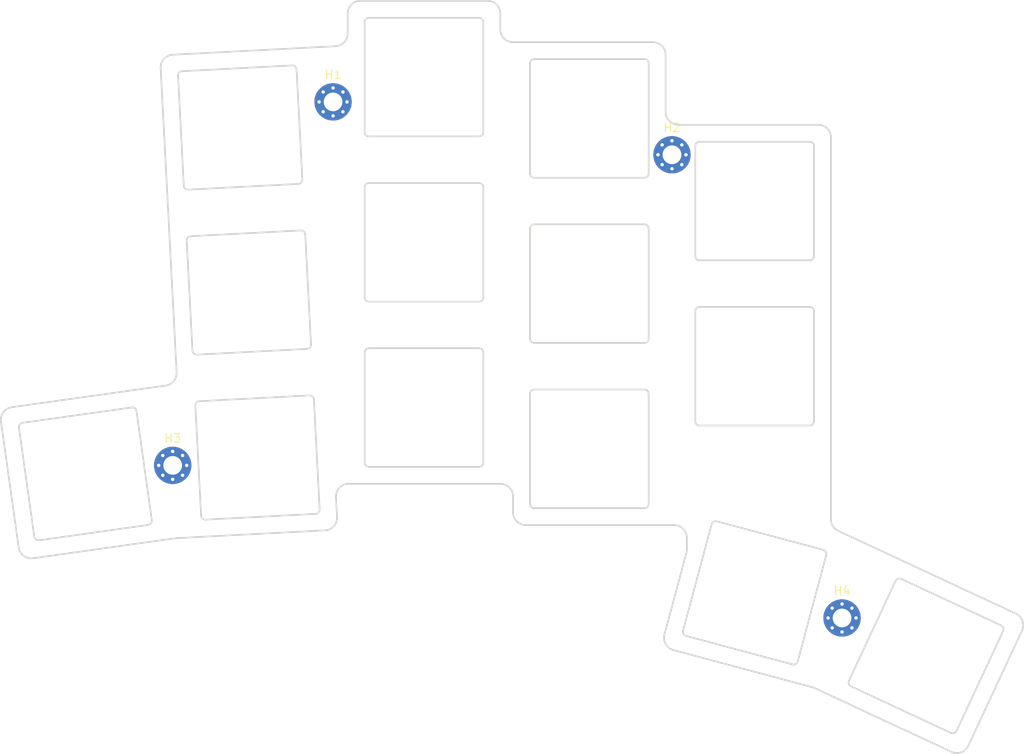
<source format=kicad_pcb>
(kicad_pcb (version 20221018) (generator pcbnew)
  (layers (0 "F.Cu" signal) (31 "B.Cu" signal) (34 "B.Paste" user) (35 "F.Paste" user) (36 "B.SilkS" user "B.Silkscreen") (37 "F.SilkS" user "F.Silkscreen") (38 "B.Mask" user) (39 "F.Mask" user) (44 "Edge.Cuts" user))
  (net 0 "")
  (footprint "MountingHole:MountingHole_2.2mm_M2_Pad_Via" (layer "F.Cu") (at 176.561947 122.570461)
    (fp_text reference "H4" (at 0 -3.2) (layer "F.SilkS"))
    (fp_text value "MountingHole")
    (pad "1" thru_hole circle (at -1.65 0) (size 0.7 0.7) (drill 0.4) (layers "*.Cu" "*.Mask"))
    (pad "1" thru_hole circle (at -1.166726 -1.166726) (size 0.7 0.7) (drill 0.4) (layers "*.Cu" "*.Mask"))
    (pad "1" thru_hole circle (at -1.166726 1.166726) (size 0.7 0.7) (drill 0.4) (layers "*.Cu" "*.Mask"))
    (pad "1" thru_hole circle (at 0 -1.65) (size 0.7 0.7) (drill 0.4) (layers "*.Cu" "*.Mask"))
    (pad "1" thru_hole circle (at 0 0) (size 4.4 4.4) (drill 2.2) (layers "*.Cu" "*.Mask"))
    (pad "1" thru_hole circle (at 0 1.65) (size 0.7 0.7) (drill 0.4) (layers "*.Cu" "*.Mask"))
    (pad "1" thru_hole circle (at 1.166726 -1.166726) (size 0.7 0.7) (drill 0.4) (layers "*.Cu" "*.Mask"))
    (pad "1" thru_hole circle (at 1.166726 1.166726) (size 0.7 0.7) (drill 0.4) (layers "*.Cu" "*.Mask"))
    (pad "1" thru_hole circle (at 1.65 0) (size 0.7 0.7) (drill 0.4) (layers "*.Cu" "*.Mask"))
  )
  (footprint "MountingHole:MountingHole_2.2mm_M2_Pad_Via" (layer "F.Cu") (at 156.502863 67.896272)
    (fp_text reference "H2" (at 0 -3.2) (layer "F.SilkS"))
    (fp_text value "MountingHole")
    (pad "1" thru_hole circle (at -1.65 0) (size 0.7 0.7) (drill 0.4) (layers "*.Cu" "*.Mask"))
    (pad "1" thru_hole circle (at -1.166726 -1.166726) (size 0.7 0.7) (drill 0.4) (layers "*.Cu" "*.Mask"))
    (pad "1" thru_hole circle (at -1.166726 1.166726) (size 0.7 0.7) (drill 0.4) (layers "*.Cu" "*.Mask"))
    (pad "1" thru_hole circle (at 0 -1.65) (size 0.7 0.7) (drill 0.4) (layers "*.Cu" "*.Mask"))
    (pad "1" thru_hole circle (at 0 0) (size 4.4 4.4) (drill 2.2) (layers "*.Cu" "*.Mask"))
    (pad "1" thru_hole circle (at 0 1.65) (size 0.7 0.7) (drill 0.4) (layers "*.Cu" "*.Mask"))
    (pad "1" thru_hole circle (at 1.166726 -1.166726) (size 0.7 0.7) (drill 0.4) (layers "*.Cu" "*.Mask"))
    (pad "1" thru_hole circle (at 1.166726 1.166726) (size 0.7 0.7) (drill 0.4) (layers "*.Cu" "*.Mask"))
    (pad "1" thru_hole circle (at 1.65 0) (size 0.7 0.7) (drill 0.4) (layers "*.Cu" "*.Mask"))
  )
  (footprint "MountingHole:MountingHole_2.2mm_M2_Pad_Via" (layer "F.Cu") (at 97.612863 104.556272)
    (fp_text reference "H3" (at 0 -3.2) (layer "F.SilkS"))
    (fp_text value "MountingHole")
    (pad "1" thru_hole circle (at -1.65 0) (size 0.7 0.7) (drill 0.4) (layers "*.Cu" "*.Mask"))
    (pad "1" thru_hole circle (at -1.166726 -1.166726) (size 0.7 0.7) (drill 0.4) (layers "*.Cu" "*.Mask"))
    (pad "1" thru_hole circle (at -1.166726 1.166726) (size 0.7 0.7) (drill 0.4) (layers "*.Cu" "*.Mask"))
    (pad "1" thru_hole circle (at 0 -1.65) (size 0.7 0.7) (drill 0.4) (layers "*.Cu" "*.Mask"))
    (pad "1" thru_hole circle (at 0 0) (size 4.4 4.4) (drill 2.2) (layers "*.Cu" "*.Mask"))
    (pad "1" thru_hole circle (at 0 1.65) (size 0.7 0.7) (drill 0.4) (layers "*.Cu" "*.Mask"))
    (pad "1" thru_hole circle (at 1.166726 -1.166726) (size 0.7 0.7) (drill 0.4) (layers "*.Cu" "*.Mask"))
    (pad "1" thru_hole circle (at 1.166726 1.166726) (size 0.7 0.7) (drill 0.4) (layers "*.Cu" "*.Mask"))
    (pad "1" thru_hole circle (at 1.65 0) (size 0.7 0.7) (drill 0.4) (layers "*.Cu" "*.Mask"))
  )
  (footprint "MountingHole:MountingHole_2.2mm_M2_Pad_Via" (layer "F.Cu") (at 116.527862 61.656272)
    (fp_text reference "H1" (at 0 -3.2) (layer "F.SilkS"))
    (fp_text value "MountingHole")
    (pad "1" thru_hole circle (at -1.65 0) (size 0.7 0.7) (drill 0.4) (layers "*.Cu" "*.Mask"))
    (pad "1" thru_hole circle (at -1.166726 -1.166726) (size 0.7 0.7) (drill 0.4) (layers "*.Cu" "*.Mask"))
    (pad "1" thru_hole circle (at -1.166726 1.166726) (size 0.7 0.7) (drill 0.4) (layers "*.Cu" "*.Mask"))
    (pad "1" thru_hole circle (at 0 -1.65) (size 0.7 0.7) (drill 0.4) (layers "*.Cu" "*.Mask"))
    (pad "1" thru_hole circle (at 0 0) (size 4.4 4.4) (drill 2.2) (layers "*.Cu" "*.Mask"))
    (pad "1" thru_hole circle (at 0 1.65) (size 0.7 0.7) (drill 0.4) (layers "*.Cu" "*.Mask"))
    (pad "1" thru_hole circle (at 1.166726 -1.166726) (size 0.7 0.7) (drill 0.4) (layers "*.Cu" "*.Mask"))
    (pad "1" thru_hole circle (at 1.166726 1.166726) (size 0.7 0.7) (drill 0.4) (layers "*.Cu" "*.Mask"))
    (pad "1" thru_hole circle (at 1.65 0) (size 0.7 0.7) (drill 0.4) (layers "*.Cu" "*.Mask"))
  )
  (gr_line (start 139.752862 57.106271) (end 139.752863 70.106272) (stroke (width 0.2)) (layer "Edge.Cuts"))
  (gr_line (start 116.873587 108.309776) (end 116.996222 110.649803) (stroke (width 0.2)) (layer "Edge.Cuts"))
  (gr_line (start 159.752863 80.356272) (end 172.752863 80.356272) (stroke (width 0.2)) (layer "Edge.Cuts"))
  (gr_line (start 191.454407 137.642368) (end 197.793682 124.047751) (stroke (width 0.2)) (layer "Edge.Cuts"))
  (gr_line (start 112.720226 76.827239) (end 99.738042 77.507606) (stroke (width 0.2)) (layer "Edge.Cuts"))
  (gr_line (start 98.150697 113.139514) (end 115.576782 112.226252) (stroke (width 0.2)) (layer "Edge.Cuts"))
  (gr_line (start 139.752863 96.106272) (end 139.752863 109.106272) (stroke (width 0.2)) (layer "Edge.Cuts"))
  (gr_arc (start 137.752863 54.606272) (mid 136.69221 54.166935) (end 136.252862 53.106272) (stroke (width 0.2)) (layer "Edge.Cuts"))
  (gr_line (start 92.777845 97.723134) (end 79.904359 99.532384) (stroke (width 0.2)) (layer "Edge.Cuts"))
  (gr_arc (start 182.870138 118.192167) (mid 183.152285 117.933669) (end 183.534601 117.950322) (stroke (width 0.2)) (layer "Edge.Cuts"))
  (gr_arc (start 116.996222 110.649803) (mid 116.613016 111.732044) (end 115.576782 112.226252) (stroke (width 0.2)) (layer "Edge.Cuts"))
  (gr_line (start 153.252863 56.606272) (end 140.252863 56.606272) (stroke (width 0.2)) (layer "Edge.Cuts"))
  (gr_arc (start 172.752863 66.356272) (mid 173.10642 66.502722) (end 173.252863 66.856272) (stroke (width 0.2)) (layer "Edge.Cuts"))
  (gr_line (start 158.162612 124.685428) (end 170.719647 128.050076) (stroke (width 0.2)) (layer "Edge.Cuts"))
  (gr_line (start 133.752863 51.731272) (end 120.752863 51.731272) (stroke (width 0.2)) (layer "Edge.Cuts"))
  (gr_line (start 137.752863 110.106272) (end 137.752863 108.231272) (stroke (width 0.2)) (layer "Edge.Cuts"))
  (gr_arc (start 173.252863 99.356271) (mid 173.106406 99.709812) (end 172.752863 99.856272) (stroke (width 0.2)) (layer "Edge.Cuts"))
  (gr_arc (start 140.252863 70.606272) (mid 139.899317 70.45982) (end 139.752863 70.106272) (stroke (width 0.2)) (layer "Edge.Cuts"))
  (gr_line (start 155.618387 124.521344) (end 158.201752 114.880098) (stroke (width 0.2)) (layer "Edge.Cuts"))
  (gr_arc (start 112.905525 70.809294) (mid 112.777789 71.170025) (end 112.432378 71.334777) (stroke (width 0.2)) (layer "Edge.Cuts"))
  (gr_line (start 133.752863 90.731271) (end 120.752862 90.731272) (stroke (width 0.2)) (layer "Edge.Cuts"))
  (gr_arc (start 139.252863 111.606271) (mid 138.19216 111.166951) (end 137.752863 110.106272) (stroke (width 0.2)) (layer "Edge.Cuts"))
  (gr_line (start 98.244344 58.559813) (end 98.924712 71.541997) (stroke (width 0.2)) (layer "Edge.Cuts"))
  (gr_line (start 140.252863 70.606272) (end 153.252862 70.606271) (stroke (width 0.2)) (layer "Edge.Cuts"))
  (gr_line (start 134.252862 104.231272) (end 134.252862 91.231271) (stroke (width 0.2)) (layer "Edge.Cuts"))
  (gr_arc (start 100.470745 91.48842) (mid 100.110005 91.360686) (end 99.945263 91.015273) (stroke (width 0.2)) (layer "Edge.Cuts"))
  (gr_arc (start 177.617946 130.638631) (mid 177.359371 130.35649) (end 177.376101 129.974168) (stroke (width 0.2)) (layer "Edge.Cuts"))
  (gr_arc (start 140.252863 109.606272) (mid 139.899314 109.459828) (end 139.752862 109.106272) (stroke (width 0.2)) (layer "Edge.Cuts"))
  (gr_line (start 134.252863 65.231271) (end 134.252862 52.231272) (stroke (width 0.2)) (layer "Edge.Cuts"))
  (gr_arc (start 197.068147 122.054362) (mid 197.843758 122.90079) (end 197.793682 124.047751) (stroke (width 0.2)) (layer "Edge.Cuts"))
  (gr_arc (start 96.194749 57.665855) (mid 96.577972 56.583662) (end 97.61419 56.089408) (stroke (width 0.2)) (layer "Edge.Cuts"))
  (gr_arc (start 81.852782 113.396137) (mid 81.482324 113.300297) (end 81.288063 112.970589) (stroke (width 0.2)) (layer "Edge.Cuts"))
  (gr_arc (start 161.173705 111.516021) (mid 161.406661 111.212403) (end 161.786078 111.162467) (stroke (width 0.2)) (layer "Edge.Cuts"))
  (gr_arc (start 118.252863 51.231272) (mid 118.692214 50.170632) (end 119.752863 49.731272) (stroke (width 0.2)) (layer "Edge.Cuts"))
  (gr_arc (start 136.252863 106.731271) (mid 137.313561 107.170594) (end 137.752863 108.231272) (stroke (width 0.2)) (layer "Edge.Cuts"))
  (gr_line (start 134.252863 84.731271) (end 134.252863 71.731271) (stroke (width 0.2)) (layer "Edge.Cuts"))
  (gr_line (start 173.318797 130.840661) (end 189.461019 138.367903) (stroke (width 0.2)) (layer "Edge.Cuts"))
  (gr_arc (start 156.679048 126.358461) (mid 155.768234 125.659568) (end 155.618387 124.521344) (stroke (width 0.2)) (layer "Edge.Cuts"))
  (gr_arc (start 77.359103 99.385182) (mid 77.646546 98.273687) (end 78.635745 97.691021) (stroke (width 0.2)) (layer "Edge.Cuts"))
  (gr_arc (start 156.752863 111.606272) (mid 157.813498 112.045625) (end 158.252862 113.106272) (stroke (width 0.2)) (layer "Edge.Cuts"))
  (gr_arc (start 92.777845 97.723134) (mid 93.14834 97.818948) (end 93.342564 98.148681) (stroke (width 0.2)) (layer "Edge.Cuts"))
  (gr_arc (start 157.252863 64.356272) (mid 156.192183 63.916939) (end 155.752863 62.856272) (stroke (width 0.2)) (layer "Edge.Cuts"))
  (gr_arc (start 98.244344 58.559813) (mid 98.372077 58.199066) (end 98.717491 58.034331) (stroke (width 0.2)) (layer "Edge.Cuts"))
  (gr_line (start 81.140861 115.515847) (end 98.149955 113.125374) (stroke (width 0.2)) (layer "Edge.Cuts"))
  (gr_line (start 159.252863 86.356272) (end 159.252863 99.356272) (stroke (width 0.2)) (layer "Edge.Cuts"))
  (gr_arc (start 153.752862 109.106272) (mid 153.606431 109.459852) (end 153.252863 109.606272) (stroke (width 0.2)) (layer "Edge.Cuts"))
  (gr_arc (start 158.162611 124.685429) (mid 157.859001 124.452468) (end 157.809058 124.073057) (stroke (width 0.2)) (layer "Edge.Cuts"))
  (gr_line (start 190.06441 135.890824) (end 195.558447 124.108823) (stroke (width 0.2)) (layer "Edge.Cuts"))
  (gr_line (start 99.264895 78.033089) (end 99.945263 91.015273) (stroke (width 0.2)) (layer "Edge.Cuts"))
  (gr_arc (start 133.752862 90.731272) (mid 134.106394 90.877728) (end 134.252862 91.231271) (stroke (width 0.2)) (layer "Edge.Cuts"))
  (gr_line (start 153.752863 89.606272) (end 153.752863 76.606272) (stroke (width 0.2)) (layer "Edge.Cuts"))
  (gr_arc (start 174.343113 114.527115) (mid 174.6467 114.760075) (end 174.696667 115.139487) (stroke (width 0.2)) (layer "Edge.Cuts"))
  (gr_line (start 98.076723 93.576047) (end 96.194749 57.665855) (stroke (width 0.2)) (layer "Edge.Cuts"))
  (gr_arc (start 99.264895 78.033089) (mid 99.392628 77.672348) (end 99.738042 77.507606) (stroke (width 0.2)) (layer "Edge.Cuts"))
  (gr_line (start 153.752862 109.106272) (end 153.752862 96.106272) (stroke (width 0.2)) (layer "Edge.Cuts"))
  (gr_arc (start 172.752863 85.856272) (mid 173.106442 86.00271) (end 173.252863 86.356271) (stroke (width 0.2)) (layer "Edge.Cuts"))
  (gr_arc (start 79.478812 100.097105) (mid 79.57463 99.726624) (end 79.904359 99.532384) (stroke (width 0.2)) (layer "Edge.Cuts"))
  (gr_line (start 159.752863 99.856271) (end 172.752863 99.856272) (stroke (width 0.2)) (layer "Edge.Cuts"))
  (gr_line (start 156.679048 126.358461) (end 173.073098 130.751234) (stroke (width 0.2)) (layer "Edge.Cuts"))
  (gr_line (start 118.252863 53.584334) (end 118.252862 51.231271) (stroke (width 0.2)) (layer "Edge.Cuts"))
  (gr_line (start 177.617946 130.638631) (end 189.399947 136.132669) (stroke (width 0.2)) (layer "Edge.Cuts"))
  (gr_line (start 175.252862 110.926122) (end 175.252863 65.856271) (stroke (width 0.2)) (layer "Edge.Cuts"))
  (gr_line (start 133.752863 71.231272) (end 120.752863 71.231272) (stroke (width 0.2)) (layer "Edge.Cuts"))
  (gr_arc (start 173.073098 130.751234) (mid 173.1979 130.790584) (end 173.318797 130.840661) (stroke (width 0.2)) (layer "Edge.Cuts"))
  (gr_line (start 182.870138 118.192167) (end 177.376101 129.974168) (stroke (width 0.2)) (layer "Edge.Cuts"))
  (gr_arc (start 153.252863 76.106272) (mid 153.606412 76.252724) (end 153.752863 76.606272) (stroke (width 0.2)) (layer "Edge.Cuts"))
  (gr_line (start 120.252863 52.231272) (end 120.252863 65.231272) (stroke (width 0.2)) (layer "Edge.Cuts"))
  (gr_arc (start 118.252863 53.584334) (mid 117.84093 54.616871) (end 116.831367 55.082278) (stroke (width 0.2)) (layer "Edge.Cuts"))
  (gr_arc (start 153.752863 70.106272) (mid 153.606415 70.459815) (end 153.252863 70.606272) (stroke (width 0.2)) (layer "Edge.Cuts"))
  (gr_arc (start 134.752863 49.731271) (mid 135.813554 50.170596) (end 136.252863 51.231271) (stroke (width 0.2)) (layer "Edge.Cuts"))
  (gr_line (start 172.752863 85.856272) (end 159.752863 85.856271) (stroke (width 0.2)) (layer "Edge.Cuts"))
  (gr_line (start 119.752863 49.731272) (end 134.752863 49.731271) (stroke (width 0.2)) (layer "Edge.Cuts"))
  (gr_line (start 158.252862 114.491869) (end 158.252863 113.106271) (stroke (width 0.2)) (layer "Edge.Cuts"))
  (gr_arc (start 100.285447 97.506366) (mid 100.413213 97.145678) (end 100.758593 96.980882) (stroke (width 0.2)) (layer "Edge.Cuts"))
  (gr_line (start 153.252863 76.106272) (end 140.252863 76.106272) (stroke (width 0.2)) (layer "Edge.Cuts"))
  (gr_line (start 120.752862 104.731271) (end 133.752863 104.731272) (stroke (width 0.2)) (layer "Edge.Cuts"))
  (gr_arc (start 120.752862 65.731272) (mid 120.399334 65.584817) (end 120.252863 65.231272) (stroke (width 0.2)) (layer "Edge.Cuts"))
  (gr_arc (start 111.699675 57.353963) (mid 112.060381 57.481722) (end 112.225158 57.82711) (stroke (width 0.2)) (layer "Edge.Cuts"))
  (gr_line (start 120.252863 91.231272) (end 120.252863 104.231271) (stroke (width 0.2)) (layer "Edge.Cuts"))
  (gr_line (start 79.446699 114.239204) (end 77.359103 99.385182) (stroke (width 0.2)) (layer "Edge.Cuts"))
  (gr_line (start 98.150697 113.139514) (end 98.149955 113.125374) (stroke (width 0.2)) (layer "Edge.Cuts"))
  (gr_arc (start 95.151816 111.022166) (mid 95.055982 111.39264) (end 94.726268 111.586887) (stroke (width 0.2)) (layer "Edge.Cuts"))
  (gr_line (start 139.252863 111.606271) (end 156.752863 111.606271) (stroke (width 0.2)) (layer "Edge.Cuts"))
  (gr_line (start 120.752862 65.731272) (end 133.752862 65.731272) (stroke (width 0.2)) (layer "Edge.Cuts"))
  (gr_arc (start 176.118935 112.285585) (mid 175.487749 111.73208) (end 175.252863 110.926123) (stroke (width 0.2)) (layer "Edge.Cuts"))
  (gr_arc (start 173.752863 64.356272) (mid 174.813519 64.795616) (end 175.252862 65.856272) (stroke (width 0.2)) (layer "Edge.Cuts"))
  (gr_line (start 136.252863 51.231271) (end 136.252862 53.106272) (stroke (width 0.2)) (layer "Edge.Cuts"))
  (gr_arc (start 114.946627 109.755846) (mid 114.818891 110.116587) (end 114.47348 110.281328) (stroke (width 0.2)) (layer "Edge.Cuts"))
  (gr_line (start 100.470745 91.48842) (end 113.452929 90.808053) (stroke (width 0.2)) (layer "Edge.Cuts"))
  (gr_arc (start 116.873587 108.309776) (mid 117.283469 107.198736) (end 118.371531 106.731271) (stroke (width 0.2)) (layer "Edge.Cuts"))
  (gr_line (start 99.450194 72.015144) (end 112.432378 71.334777) (stroke (width 0.2)) (layer "Edge.Cuts"))
  (gr_arc (start 153.252863 56.606272) (mid 153.606437 56.752705) (end 153.752862 57.106272) (stroke (width 0.2)) (layer "Edge.Cuts"))
  (gr_arc (start 120.252863 52.231272) (mid 120.399319 51.87773) (end 120.752863 51.731272) (stroke (width 0.2)) (layer "Edge.Cuts"))
  (gr_arc (start 134.252863 65.231271) (mid 134.106404 65.584804) (end 133.752862 65.731272) (stroke (width 0.2)) (layer "Edge.Cuts"))
  (gr_arc (start 112.720226 76.827239) (mid 113.080963 76.954974) (end 113.245709 77.300385) (stroke (width 0.2)) (layer "Edge.Cuts"))
  (gr_arc (start 139.752863 76.606272) (mid 139.899318 76.252742) (end 140.252863 76.106272) (stroke (width 0.2)) (layer "Edge.Cuts"))
  (gr_arc (start 113.926076 90.28257) (mid 113.79834 90.643306) (end 113.452929 90.808053) (stroke (width 0.2)) (layer "Edge.Cuts"))
  (gr_line (start 140.252863 109.606272) (end 153.252863 109.606272) (stroke (width 0.2)) (layer "Edge.Cuts"))
  (gr_line (start 118.371531 106.731271) (end 136.252863 106.731271) (stroke (width 0.2)) (layer "Edge.Cuts"))
  (gr_arc (start 153.252862 95.606272) (mid 153.606434 95.752712) (end 153.752862 96.106272) (stroke (width 0.2)) (layer "Edge.Cuts"))
  (gr_line (start 81.852783 113.396137) (end 94.726268 111.586887) (stroke (width 0.2)) (layer "Edge.Cuts"))
  (gr_arc (start 133.752863 71.231272) (mid 134.10642 71.37771) (end 134.252863 71.731271) (stroke (width 0.2)) (layer "Edge.Cuts"))
  (gr_line (start 100.285447 97.506366) (end 100.965814 110.488549) (stroke (width 0.2)) (layer "Edge.Cuts"))
  (gr_line (start 176.118936 112.285584) (end 197.068147 122.054362) (stroke (width 0.2)) (layer "Edge.Cuts"))
  (gr_arc (start 113.740776 96.300515) (mid 114.101497 96.428259) (end 114.26626 96.773662) (stroke (width 0.2)) (layer "Edge.Cuts"))
  (gr_arc (start 158.252862 114.491869) (mid 158.240026 114.687658) (end 158.201752 114.880098) (stroke (width 0.2)) (layer "Edge.Cuts"))
  (gr_line (start 137.752863 54.606272) (end 154.252863 54.606271) (stroke (width 0.2)) (layer "Edge.Cuts"))
  (gr_line (start 174.343113 114.527115) (end 161.786078 111.162467) (stroke (width 0.2)) (layer "Edge.Cuts"))
  (gr_line (start 114.946627 109.755846) (end 114.26626 96.773662) (stroke (width 0.2)) (layer "Edge.Cuts"))
  (gr_arc (start 159.752863 99.856271) (mid 159.399322 99.709824) (end 159.252863 99.356272) (stroke (width 0.2)) (layer "Edge.Cuts"))
  (gr_line (start 79.478812 100.097105) (end 81.288063 112.970589) (stroke (width 0.2)) (layer "Edge.Cuts"))
  (gr_arc (start 81.140861 115.515847) (mid 80.029339 115.228424) (end 79.446699 114.239204) (stroke (width 0.2)) (layer "Edge.Cuts"))
  (gr_arc (start 99.450194 72.015144) (mid 99.089471 71.8874) (end 98.924712 71.541998) (stroke (width 0.2)) (layer "Edge.Cuts"))
  (gr_line (start 159.252863 66.856272) (end 159.252863 79.856272) (stroke (width 0.2)) (layer "Edge.Cuts"))
  (gr_line (start 139.752863 76.606272) (end 139.752863 89.606272) (stroke (width 0.2)) (layer "Edge.Cuts"))
  (gr_line (start 120.752863 85.231271) (end 133.752863 85.231272) (stroke (width 0.2)) (layer "Edge.Cuts"))
  (gr_arc (start 153.752863 89.606272) (mid 153.606433 89.959863) (end 153.252863 90.106272) (stroke (width 0.2)) (layer "Edge.Cuts"))
  (gr_arc (start 139.752863 96.106272) (mid 139.899317 95.752733) (end 140.252862 95.606272) (stroke (width 0.2)) (layer "Edge.Cuts"))
  (gr_line (start 195.316603 123.44436) (end 183.534601 117.950322) (stroke (width 0.2)) (layer "Edge.Cuts"))
  (gr_arc (start 101.491296 110.961696) (mid 101.130587 110.833937) (end 100.965814 110.488549) (stroke (width 0.2)) (layer "Edge.Cuts"))
  (gr_line (start 78.635745 97.69102) (end 96.787538 95.139953) (stroke (width 0.2)) (layer "Edge.Cuts"))
  (gr_line (start 153.252863 95.606272) (end 140.252862 95.606272) (stroke (width 0.2)) (layer "Edge.Cuts"))
  (gr_arc (start 154.252863 54.606271) (mid 155.31349 55.045629) (end 155.752863 56.106271) (stroke (width 0.2)) (layer "Edge.Cuts"))
  (gr_line (start 140.252863 90.106272) (end 153.252863 90.106272) (stroke (width 0.2)) (layer "Edge.Cuts"))
  (gr_arc (start 134.252862 104.231272) (mid 134.10642 104.584842) (end 133.752863 104.731272) (stroke (width 0.2)) (layer "Edge.Cuts"))
  (gr_circle (center 156.502863 67.896272) (end 157.430047 67.521665) (stroke (width 0.2)) (fill none) (layer "Edge.Cuts"))
  (gr_line (start 172.752863 66.356272) (end 159.752863 66.356271) (stroke (width 0.2)) (layer "Edge.Cuts"))
  (gr_line (start 161.173706 111.51602) (end 157.809058 124.073057) (stroke (width 0.2)) (layer "Edge.Cuts"))
  (gr_line (start 153.752863 70.106272) (end 153.752862 57.106272) (stroke (width 0.2)) (layer "Edge.Cuts"))
  (gr_line (start 157.252863 64.356272) (end 173.752863 64.356272) (stroke (width 0.2)) (layer "Edge.Cuts"))
  (gr_arc (start 120.252863 71.731272) (mid 120.399288 71.377674) (end 120.752863 71.231272) (stroke (width 0.2)) (layer "Edge.Cuts"))
  (gr_line (start 113.926076 90.28257) (end 113.245709 77.300386) (stroke (width 0.2)) (layer "Edge.Cuts"))
  (gr_arc (start 159.752863 80.356272) (mid 159.399347 80.209806) (end 159.252863 79.856272) (stroke (width 0.2)) (layer "Edge.Cuts"))
  (gr_line (start 171.332019 127.696523) (end 174.696667 115.139487) (stroke (width 0.2)) (layer "Edge.Cuts"))
  (gr_arc (start 133.752863 51.731272) (mid 134.106399 51.877721) (end 134.252862 52.231272) (stroke (width 0.2)) (layer "Edge.Cuts"))
  (gr_line (start 173.252863 79.856271) (end 173.252863 66.856272) (stroke (width 0.2)) (layer "Edge.Cuts"))
  (gr_arc (start 120.752862 104.731271) (mid 120.399275 104.584843) (end 120.252862 104.231272) (stroke (width 0.2)) (layer "Edge.Cuts"))
  (gr_line (start 173.252863 99.356271) (end 173.252863 86.356271) (stroke (width 0.2)) (layer "Edge.Cuts"))
  (gr_arc (start 120.752863 85.231271) (mid 120.399301 85.084824) (end 120.252863 84.731272) (stroke (width 0.2)) (layer "Edge.Cuts"))
  (gr_arc (start 195.316603 123.44436) (mid 195.575171 123.726507) (end 195.558447 124.108823) (stroke (width 0.2)) (layer "Edge.Cuts"))
  (gr_line (start 113.740777 96.300515) (end 100.758593 96.980882) (stroke (width 0.2)) (layer "Edge.Cuts"))
  (gr_line (start 111.699675 57.353963) (end 98.717491 58.034331) (stroke (width 0.2)) (layer "Edge.Cuts"))
  (gr_arc (start 159.252863 66.856272) (mid 159.399322 66.502749) (end 159.752862 66.356272) (stroke (width 0.2)) (layer "Edge.Cuts"))
  (gr_line (start 120.252863 71.731272) (end 120.252863 84.731272) (stroke (width 0.2)) (layer "Edge.Cuts"))
  (gr_arc (start 139.752863 57.106272) (mid 139.8993 56.752695) (end 140.252863 56.606272) (stroke (width 0.2)) (layer "Edge.Cuts"))
  (gr_arc (start 134.252863 84.731271) (mid 134.106403 85.084794) (end 133.752863 85.231272) (stroke (width 0.2)) (layer "Edge.Cuts"))
  (gr_arc (start 98.076723 93.576047) (mid 97.736228 94.608691) (end 96.787538 95.139953) (stroke (width 0.2)) (layer "Edge.Cuts"))
  (gr_arc (start 159.252863 86.356272) (mid 159.399321 86.002739) (end 159.752863 85.856271) (stroke (width 0.2)) (layer "Edge.Cuts"))
  (gr_arc (start 191.454407 137.642368) (mid 190.607978 138.417954) (end 189.461018 138.367902) (stroke (width 0.2)) (layer "Edge.Cuts"))
  (gr_arc (start 173.252863 79.856271) (mid 173.106437 80.209868) (end 172.752863 80.356272) (stroke (width 0.2)) (layer "Edge.Cuts"))
  (gr_arc (start 140.252863 90.106272) (mid 139.899339 89.959809) (end 139.752863 89.606272) (stroke (width 0.2)) (layer "Edge.Cuts"))
  (gr_line (start 112.905525 70.809294) (end 112.225158 57.82711) (stroke (width 0.2)) (layer "Edge.Cuts"))
  (gr_line (start 97.61419 56.089408) (end 116.831367 55.082278) (stroke (width 0.2)) (layer "Edge.Cuts"))
  (gr_line (start 101.491296 110.961696) (end 114.47348 110.281328) (stroke (width 0.2)) (layer "Edge.Cuts"))
  (gr_arc (start 120.252863 91.231272) (mid 120.399305 90.877722) (end 120.752862 90.731272) (stroke (width 0.2)) (layer "Edge.Cuts"))
  (gr_line (start 95.151816 111.022166) (end 93.342564 98.148681) (stroke (width 0.2)) (layer "Edge.Cuts"))
  (gr_line (start 155.752863 62.856272) (end 155.752863 56.106271) (stroke (width 0.2)) (layer "Edge.Cuts"))
  (gr_arc (start 171.332019 127.696523) (mid 171.099053 128.000102) (end 170.719647 128.050076) (stroke (width 0.2)) (layer "Edge.Cuts"))
  (gr_arc (start 190.06441 135.890824) (mid 189.782262 136.149366) (end 189.399947 136.132669) (stroke (width 0.2)) (layer "Edge.Cuts"))
)
</source>
